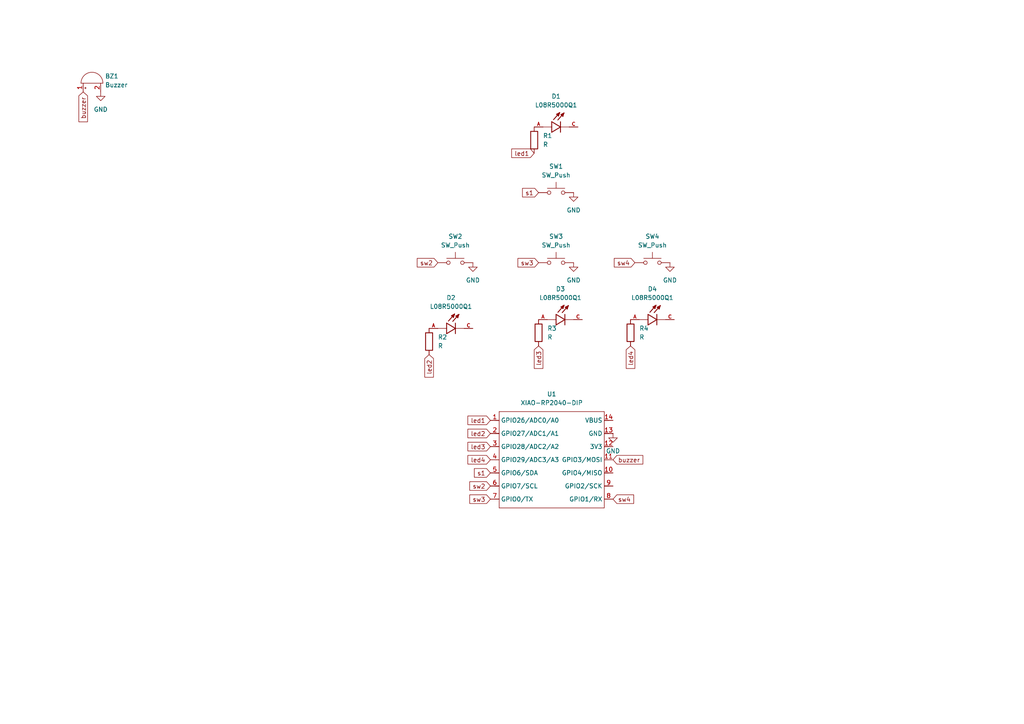
<source format=kicad_sch>
(kicad_sch (version 20250114) (generator "eeschema") (generator_version "9.0")
  (paper "A4")
  (lib_symbols
    (symbol "Device:Buzzer" (pin_names (offset 0.0254) (hide yes))
      (property "Reference" "BZ" (at 3.81 1.27 0))
      (property "Value" "Buzzer" (at 3.81 -1.27 0))
      (symbol "Buzzer_0_1"
        (polyline (pts (xy -1.651 1.905) (xy -1.143 1.905)))
        (polyline (pts (xy -1.397 2.159) (xy -1.397 1.651)))
        (arc (start 0 3.175) (mid 3.1612 0) (end 0 -3.175))
        (polyline (pts (xy 0 3.175) (xy 0 -3.175)))
      )
      (symbol "Buzzer_1_1"
        (pin passive line (at -2.54 2.54 0) (length 2.54) (name "+") (number "1"))
        (pin passive line (at -2.54 -2.54 0) (length 2.54) (name "-") (number "2"))
      )
    )
    (symbol "Device:R" (pin_numbers (hide yes)) (pin_names (offset 0))
      (property "Reference" "R" (at 2.032 0 90))
      (property "Value" "R" (at 0 0 90))
      (symbol "R_0_1"
        (rectangle (start -1.016 -2.54) (end 1.016 2.54) (stroke (width 0.254)))
      )
      (symbol "R_1_1"
        (pin passive line (at 0 3.81 270) (length 1.27) (name "~") (number "1"))
        (pin passive line (at 0 -3.81 90) (length 1.27) (name "~") (number "2"))
      )
    )
    (symbol "L08R5000Q1:L08R5000Q1" (pin_names (offset 1.016))
      (property "Reference" "D" (at -3.0988 4.4958 0))
      (property "Value" "L08R5000Q1" (at -3.556 -3.302 0))
      (symbol "L08R5000Q1_0_0"
        (polyline (pts (xy -2.54 1.524) (xy -2.54 0)) (stroke (width 0.254)))
        (polyline (pts (xy -2.54 0) (xy -5.08 0)) (stroke (width 0.1524)))
        (polyline (pts (xy -2.54 0) (xy -2.54 -1.524)) (stroke (width 0.254)))
        (polyline (pts (xy -2.54 -1.524) (xy 0 0)) (stroke (width 0.254)))
        (polyline (pts (xy -1.1176 3.683) (xy -0.2286 4.1656)) (stroke (width 0.254)))
        (polyline (pts (xy -0.9398 3.6068) (xy -0.7112 3.7592)) (stroke (width 0.254)))
        (polyline (pts (xy -0.5588 3.2004) (xy -1.1176 3.683)) (stroke (width 0.254)))
        (polyline (pts (xy -0.5588 3.2004) (xy -0.5334 3.937)) (stroke (width 0.254)))
        (polyline (pts (xy -0.5334 3.937) (xy -0.6604 3.937)) (stroke (width 0.254)))
        (polyline (pts (xy -0.2286 4.1656) (xy -2.0066 2.1336)) (stroke (width 0.254)))
        (polyline (pts (xy -0.2286 4.1656) (xy -0.5588 3.2004)) (stroke (width 0.254)))
        (polyline (pts (xy 0 1.524) (xy 0 0)) (stroke (width 0.254)))
        (polyline (pts (xy 0 0) (xy -2.54 1.524)) (stroke (width 0.254)))
        (polyline (pts (xy 0 0) (xy 0 -1.524)) (stroke (width 0.254)))
        (polyline (pts (xy 0.127 3.5814) (xy 1.016 4.064)) (stroke (width 0.254)))
        (polyline (pts (xy 0.3048 3.5052) (xy 0.5334 3.6576)) (stroke (width 0.254)))
        (polyline (pts (xy 0.6858 3.0988) (xy 0.127 3.5814)) (stroke (width 0.254)))
        (polyline (pts (xy 0.6858 3.0988) (xy 0.7112 3.8354)) (stroke (width 0.254)))
        (polyline (pts (xy 0.7112 3.8354) (xy 0.5842 3.8354)) (stroke (width 0.254)))
        (polyline (pts (xy 1.016 4.064) (xy -0.762 2.032)) (stroke (width 0.254)))
        (polyline (pts (xy 1.016 4.064) (xy 0.6858 3.0988)) (stroke (width 0.254)))
        (polyline (pts (xy 2.54 0) (xy 0 0)) (stroke (width 0.1524)))
        (pin passive line (at -7.62 0 0) (length 2.54) (name "~") (number "A"))
        (pin passive line (at 5.08 0 180) (length 2.54) (name "~") (number "C"))
      )
    )
    (symbol "Seeed_Studio_XIAO_Series:XIAO-RP2040-DIP"
      (property "Reference" "U" (at 0 0 0))
      (property "Value" "XIAO-RP2040-DIP" (at 5.334 -1.778 0))
      (symbol "XIAO-RP2040-DIP_1_0"
        (polyline (pts (xy -1.27 -2.54) (xy 29.21 -2.54)) (stroke (width 0.1524)))
        (polyline (pts (xy -1.27 -5.08) (xy -2.54 -5.08)) (stroke (width 0.1524)))
        (polyline (pts (xy -1.27 -5.08) (xy -1.27 -2.54)) (stroke (width 0.1524)))
        (polyline (pts (xy -1.27 -8.89) (xy -2.54 -8.89)) (stroke (width 0.1524)))
        (polyline (pts (xy -1.27 -8.89) (xy -1.27 -5.08)) (stroke (width 0.1524)))
        (polyline (pts (xy -1.27 -12.7) (xy -2.54 -12.7)) (stroke (width 0.1524)))
        (polyline (pts (xy -1.27 -12.7) (xy -1.27 -8.89)) (stroke (width 0.1524)))
        (polyline (pts (xy -1.27 -16.51) (xy -2.54 -16.51)) (stroke (width 0.1524)))
        (polyline (pts (xy -1.27 -16.51) (xy -1.27 -12.7)) (stroke (width 0.1524)))
        (polyline (pts (xy -1.27 -20.32) (xy -2.54 -20.32)) (stroke (width 0.1524)))
        (polyline (pts (xy -1.27 -24.13) (xy -2.54 -24.13)) (stroke (width 0.1524)))
        (polyline (pts (xy -1.27 -27.94) (xy -2.54 -27.94)) (stroke (width 0.1524)))
        (polyline (pts (xy -1.27 -30.48) (xy -1.27 -16.51)) (stroke (width 0.1524)))
        (polyline (pts (xy 29.21 -2.54) (xy 29.21 -5.08)) (stroke (width 0.1524)))
        (polyline (pts (xy 29.21 -5.08) (xy 29.21 -8.89)) (stroke (width 0.1524)))
        (polyline (pts (xy 29.21 -8.89) (xy 29.21 -12.7)) (stroke (width 0.1524)))
        (polyline (pts (xy 29.21 -12.7) (xy 29.21 -30.48)) (stroke (width 0.1524)))
        (polyline (pts (xy 29.21 -30.48) (xy -1.27 -30.48)) (stroke (width 0.1524)))
        (polyline (pts (xy 30.48 -5.08) (xy 29.21 -5.08)) (stroke (width 0.1524)))
        (polyline (pts (xy 30.48 -8.89) (xy 29.21 -8.89)) (stroke (width 0.1524)))
        (polyline (pts (xy 30.48 -12.7) (xy 29.21 -12.7)) (stroke (width 0.1524)))
        (polyline (pts (xy 30.48 -16.51) (xy 29.21 -16.51)) (stroke (width 0.1524)))
        (polyline (pts (xy 30.48 -20.32) (xy 29.21 -20.32)) (stroke (width 0.1524)))
        (polyline (pts (xy 30.48 -24.13) (xy 29.21 -24.13)) (stroke (width 0.1524)))
        (polyline (pts (xy 30.48 -27.94) (xy 29.21 -27.94)) (stroke (width 0.1524)))
        (pin passive line (at -3.81 -5.08 0) (length 2.54) (name "GPIO26/ADC0/A0") (number "1"))
        (pin passive line (at -3.81 -8.89 0) (length 2.54) (name "GPIO27/ADC1/A1") (number "2"))
        (pin passive line (at -3.81 -12.7 0) (length 2.54) (name "GPIO28/ADC2/A2") (number "3"))
        (pin passive line (at -3.81 -16.51 0) (length 2.54) (name "GPIO29/ADC3/A3") (number "4"))
        (pin passive line (at -3.81 -20.32 0) (length 2.54) (name "GPIO6/SDA") (number "5"))
        (pin passive line (at -3.81 -24.13 0) (length 2.54) (name "GPIO7/SCL") (number "6"))
        (pin passive line (at -3.81 -27.94 0) (length 2.54) (name "GPIO0/TX") (number "7"))
        (pin passive line (at 31.75 -5.08 180) (length 2.54) (name "VBUS") (number "14"))
        (pin passive line (at 31.75 -8.89 180) (length 2.54) (name "GND") (number "13"))
        (pin passive line (at 31.75 -12.7 180) (length 2.54) (name "3V3") (number "12"))
        (pin passive line (at 31.75 -16.51 180) (length 2.54) (name "GPIO3/MOSI") (number "11"))
        (pin passive line (at 31.75 -20.32 180) (length 2.54) (name "GPIO4/MISO") (number "10"))
        (pin passive line (at 31.75 -24.13 180) (length 2.54) (name "GPIO2/SCK") (number "9"))
        (pin passive line (at 31.75 -27.94 180) (length 2.54) (name "GPIO1/RX") (number "8"))
      )
    )
    (symbol "Switch:SW_Push" (pin_numbers (hide yes)) (pin_names (offset 1.016) (hide yes))
      (property "Reference" "SW" (at 1.27 2.54 0))
      (property "Value" "SW_Push" (at 0 -1.524 0))
      (symbol "SW_Push_0_1"
        (circle (center -2.032 0) (radius 0.508))
        (polyline (pts (xy 0 1.27) (xy 0 3.048)))
        (circle (center 2.032 0) (radius 0.508))
        (polyline (pts (xy 2.54 1.27) (xy -2.54 1.27)))
        (pin passive line (at -5.08 0 0) (length 2.54) (name "1") (number "1"))
        (pin passive line (at 5.08 0 180) (length 2.54) (name "2") (number "2"))
      )
    )
    (symbol "power:GND" (power) (pin_numbers (hide yes)) (pin_names (offset 0) (hide yes))
      (property "Value" "GND" (at 0 -3.81 0))
      (symbol "GND_0_1"
        (polyline (pts (xy 0 0) (xy 0 -1.27) (xy 1.27 -1.27) (xy 0 -2.54) (xy -1.27 -1.27) (xy 0 -1.27)))
      )
      (symbol "GND_1_1"
        (pin power_in line (at 0 0 270) (length 0) (name "~") (number "1"))
      )
    )
  )
  (global_label "sw4" (shape input) (at 184.15 76.2 180) (property "Intersheetrefs" "${INTERSHEET_REFS}" (effects (hide yes))))
  (global_label "led4" (shape input) (at 142.24 133.35 180) (property "Intersheetrefs" "${INTERSHEET_REFS}" (effects (hide yes))))
  (global_label "sw3" (shape input) (at 156.21 76.2 180) (property "Intersheetrefs" "${INTERSHEET_REFS}" (effects (hide yes))))
  (global_label "led1" (shape input) (at 154.94 44.45 180) (property "Intersheetrefs" "${INTERSHEET_REFS}" (effects (hide yes))))
  (global_label "led3" (shape input) (at 142.24 129.54 180) (property "Intersheetrefs" "${INTERSHEET_REFS}" (effects (hide yes))))
  (global_label "led1" (shape input) (at 142.24 121.92 180) (property "Intersheetrefs" "${INTERSHEET_REFS}" (effects (hide yes))))
  (global_label "led2" (shape input) (at 142.24 125.73 180) (property "Intersheetrefs" "${INTERSHEET_REFS}" (effects (hide yes))))
  (global_label "sw2" (shape input) (at 127 76.2 180) (property "Intersheetrefs" "${INTERSHEET_REFS}" (effects (hide yes))))
  (global_label "sw4" (shape input) (at 177.8 144.78 0) (property "Intersheetrefs" "${INTERSHEET_REFS}" (effects (hide yes))))
  (global_label "s1" (shape input) (at 142.24 137.16 180) (property "Intersheetrefs" "${INTERSHEET_REFS}" (effects (hide yes))))
  (global_label "led2" (shape input) (at 124.46 102.87 270) (property "Intersheetrefs" "${INTERSHEET_REFS}" (effects (hide yes))))
  (global_label "led3" (shape input) (at 156.21 100.33 270) (property "Intersheetrefs" "${INTERSHEET_REFS}" (effects (hide yes))))
  (global_label "buzzer" (shape input) (at 24.13 26.67 270) (property "Intersheetrefs" "${INTERSHEET_REFS}" (effects (hide yes))))
  (global_label "sw2" (shape input) (at 142.24 140.97 180) (property "Intersheetrefs" "${INTERSHEET_REFS}" (effects (hide yes))))
  (global_label "buzzer" (shape input) (at 177.8 133.35 0) (property "Intersheetrefs" "${INTERSHEET_REFS}" (effects (hide yes))))
  (global_label "sw3" (shape input) (at 142.24 144.78 180) (property "Intersheetrefs" "${INTERSHEET_REFS}" (effects (hide yes))))
  (global_label "led4" (shape input) (at 182.88 100.33 270) (property "Intersheetrefs" "${INTERSHEET_REFS}" (effects (hide yes))))
  (global_label "s1" (shape input) (at 156.21 55.88 180) (property "Intersheetrefs" "${INTERSHEET_REFS}" (effects (hide yes))))
  (symbol (lib_id "power:GND") (at 29.21 26.67 0) (unit 1)
    (property "Reference" "#PWR06" (effects (hide yes)))
    (property "Value" "GND" (at 29.21 31.75 0))
    (property "Description" "Power symbol creates a global label with name \"GND\" , ground" (effects (hide yes)))
  )
  (symbol (lib_id "L08R5000Q1:L08R5000Q1") (at 162.56 36.83 0) (unit 1)
    (property "Reference" "D1" (at 161.29 27.94 0))
    (property "Value" "L08R5000Q1" (at 161.29 30.48 0))
    (property "Footprint" "footprints:LEDRD254W57D500H1070" (effects (hide yes)))
    (property "MF" "LED Technology" (effects (hide yes)))
    (property "MAXIMUM_PACKAGE_HEIGHT" "10.7mm" (effects (hide yes)))
    (property "Package" "None" (effects (hide yes)))
    (property "Price" "None" (effects (hide yes)))
    (property "Check_prices" "https://www.snapeda.com/parts/L08R5000Q1/LED+Technology/view-part/?ref=eda" (effects (hide yes)))
    (property "STANDARD" "IPC-7351B" (effects (hide yes)))
    (property "PARTREV" "NA" (effects (hide yes)))
    (property "SnapEDA_Link" "https://www.snapeda.com/parts/L08R5000Q1/LED+Technology/view-part/?ref=snap" (effects (hide yes)))
    (property "MP" "L08R5000Q1" (effects (hide yes)))
    (property "Description_1" "LED, 5MM, ORANGE; LED / Lamp Size: 5mm / T-1 3/4; LED Colour: Orange; Typ Luminous Intensity: 4.3mcd; Viewing Angle: ..." (effects (hide yes)))
    (property "Availability" "Not in stock" (effects (hide yes)))
    (property "MANUFACTURER" "LED TECHNOLOGY" (effects (hide yes)))
  )
  (symbol (lib_id "Device:Buzzer") (at 26.67 24.13 90) (unit 1)
    (property "Reference" "BZ1" (at 30.48 22.1048 90) (effects (justify right)))
    (property "Value" "Buzzer" (at 30.48 24.6448 90) (effects (justify right)))
    (property "Footprint" "Buzzer_Beeper:Buzzer_12x9.5RM7.6" (effects (hide yes)))
    (property "Description" "Buzzer, polarized" (effects (hide yes)))
  )
  (symbol (lib_id "Switch:SW_Push") (at 161.29 76.2 0) (unit 1)
    (property "Reference" "SW3" (at 161.29 68.58 0))
    (property "Value" "SW_Push" (at 161.29 71.12 0))
    (property "Footprint" "Button_Switch_Keyboard:SW_Cherry_MX_1.00u_PCB" (effects (hide yes)))
    (property "Description" "Push button switch, generic, two pins" (effects (hide yes)))
  )
  (symbol (lib_id "Device:R") (at 182.88 96.52 0) (unit 1)
    (property "Reference" "R4" (at 185.42 95.2499 0) (effects (justify left)))
    (property "Value" "R" (at 185.42 97.7899 0) (effects (justify left)))
    (property "Footprint" "Resistor_THT:R_Axial_DIN0204_L3.6mm_D1.6mm_P5.08mm_Horizontal" (effects (hide yes)))
    (property "Description" "Resistor" (effects (hide yes)))
  )
  (symbol (lib_id "power:GND") (at 177.8 125.73 0) (unit 1)
    (property "Reference" "#PWR05" (effects (hide yes)))
    (property "Value" "GND" (at 177.8 130.81 0))
    (property "Description" "Power symbol creates a global label with name \"GND\" , ground" (effects (hide yes)))
  )
  (symbol (lib_id "Seeed_Studio_XIAO_Series:XIAO-RP2040-DIP") (at 146.05 116.84 0) (unit 1)
    (property "Reference" "U1" (at 160.02 114.3 0))
    (property "Value" "XIAO-RP2040-DIP" (at 160.02 116.84 0))
    (property "Footprint" "footprints:XIAO-RP2040-DIP" (effects (hide yes)))
  )
  (symbol (lib_id "L08R5000Q1:L08R5000Q1") (at 132.08 95.25 0) (unit 1)
    (property "Reference" "D2" (at 130.81 86.36 0))
    (property "Value" "L08R5000Q1" (at 130.81 88.9 0))
    (property "Footprint" "footprints:LEDRD254W57D500H1070" (effects (hide yes)))
    (property "MF" "LED Technology" (effects (hide yes)))
    (property "MAXIMUM_PACKAGE_HEIGHT" "10.7mm" (effects (hide yes)))
    (property "Package" "None" (effects (hide yes)))
    (property "Price" "None" (effects (hide yes)))
    (property "Check_prices" "https://www.snapeda.com/parts/L08R5000Q1/LED+Technology/view-part/?ref=eda" (effects (hide yes)))
    (property "STANDARD" "IPC-7351B" (effects (hide yes)))
    (property "PARTREV" "NA" (effects (hide yes)))
    (property "SnapEDA_Link" "https://www.snapeda.com/parts/L08R5000Q1/LED+Technology/view-part/?ref=snap" (effects (hide yes)))
    (property "MP" "L08R5000Q1" (effects (hide yes)))
    (property "Description_1" "LED, 5MM, ORANGE; LED / Lamp Size: 5mm / T-1 3/4; LED Colour: Orange; Typ Luminous Intensity: 4.3mcd; Viewing Angle: ..." (effects (hide yes)))
    (property "Availability" "Not in stock" (effects (hide yes)))
    (property "MANUFACTURER" "LED TECHNOLOGY" (effects (hide yes)))
  )
  (symbol (lib_id "Device:R") (at 156.21 96.52 0) (unit 1)
    (property "Reference" "R3" (at 158.75 95.2499 0) (effects (justify left)))
    (property "Value" "R" (at 158.75 97.7899 0) (effects (justify left)))
    (property "Footprint" "Resistor_THT:R_Axial_DIN0204_L3.6mm_D1.6mm_P5.08mm_Horizontal" (effects (hide yes)))
    (property "Description" "Resistor" (effects (hide yes)))
  )
  (symbol (lib_id "power:GND") (at 166.37 76.2 0) (unit 1)
    (property "Reference" "#PWR03" (effects (hide yes)))
    (property "Value" "GND" (at 166.37 81.28 0))
    (property "Description" "Power symbol creates a global label with name \"GND\" , ground" (effects (hide yes)))
  )
  (symbol (lib_id "Switch:SW_Push") (at 189.23 76.2 0) (unit 1)
    (property "Reference" "SW4" (at 189.23 68.58 0))
    (property "Value" "SW_Push" (at 189.23 71.12 0))
    (property "Footprint" "Button_Switch_Keyboard:SW_Cherry_MX_1.00u_PCB" (effects (hide yes)))
    (property "Description" "Push button switch, generic, two pins" (effects (hide yes)))
  )
  (symbol (lib_id "Switch:SW_Push") (at 161.29 55.88 0) (unit 1)
    (property "Reference" "SW1" (at 161.29 48.26 0))
    (property "Value" "SW_Push" (at 161.29 50.8 0))
    (property "Footprint" "Button_Switch_Keyboard:SW_Cherry_MX_1.00u_PCB" (effects (hide yes)))
    (property "Description" "Push button switch, generic, two pins" (effects (hide yes)))
  )
  (symbol (lib_id "L08R5000Q1:L08R5000Q1") (at 163.83 92.71 0) (unit 1)
    (property "Reference" "D3" (at 162.56 83.82 0))
    (property "Value" "L08R5000Q1" (at 162.56 86.36 0))
    (property "Footprint" "footprints:LEDRD254W57D500H1070" (effects (hide yes)))
    (property "MF" "LED Technology" (effects (hide yes)))
    (property "MAXIMUM_PACKAGE_HEIGHT" "10.7mm" (effects (hide yes)))
    (property "Package" "None" (effects (hide yes)))
    (property "Price" "None" (effects (hide yes)))
    (property "Check_prices" "https://www.snapeda.com/parts/L08R5000Q1/LED+Technology/view-part/?ref=eda" (effects (hide yes)))
    (property "STANDARD" "IPC-7351B" (effects (hide yes)))
    (property "PARTREV" "NA" (effects (hide yes)))
    (property "SnapEDA_Link" "https://www.snapeda.com/parts/L08R5000Q1/LED+Technology/view-part/?ref=snap" (effects (hide yes)))
    (property "MP" "L08R5000Q1" (effects (hide yes)))
    (property "Description_1" "LED, 5MM, ORANGE; LED / Lamp Size: 5mm / T-1 3/4; LED Colour: Orange; Typ Luminous Intensity: 4.3mcd; Viewing Angle: ..." (effects (hide yes)))
    (property "Availability" "Not in stock" (effects (hide yes)))
    (property "MANUFACTURER" "LED TECHNOLOGY" (effects (hide yes)))
  )
  (symbol (lib_id "power:GND") (at 166.37 55.88 0) (unit 1)
    (property "Reference" "#PWR01" (effects (hide yes)))
    (property "Value" "GND" (at 166.37 60.96 0))
    (property "Description" "Power symbol creates a global label with name \"GND\" , ground" (effects (hide yes)))
  )
  (symbol (lib_id "L08R5000Q1:L08R5000Q1") (at 190.5 92.71 0) (unit 1)
    (property "Reference" "D4" (at 189.23 83.82 0))
    (property "Value" "L08R5000Q1" (at 189.23 86.36 0))
    (property "Footprint" "footprints:LEDRD254W57D500H1070" (effects (hide yes)))
    (property "MF" "LED Technology" (effects (hide yes)))
    (property "MAXIMUM_PACKAGE_HEIGHT" "10.7mm" (effects (hide yes)))
    (property "Package" "None" (effects (hide yes)))
    (property "Price" "None" (effects (hide yes)))
    (property "Check_prices" "https://www.snapeda.com/parts/L08R5000Q1/LED+Technology/view-part/?ref=eda" (effects (hide yes)))
    (property "STANDARD" "IPC-7351B" (effects (hide yes)))
    (property "PARTREV" "NA" (effects (hide yes)))
    (property "SnapEDA_Link" "https://www.snapeda.com/parts/L08R5000Q1/LED+Technology/view-part/?ref=snap" (effects (hide yes)))
    (property "MP" "L08R5000Q1" (effects (hide yes)))
    (property "Description_1" "LED, 5MM, ORANGE; LED / Lamp Size: 5mm / T-1 3/4; LED Colour: Orange; Typ Luminous Intensity: 4.3mcd; Viewing Angle: ..." (effects (hide yes)))
    (property "Availability" "Not in stock" (effects (hide yes)))
    (property "MANUFACTURER" "LED TECHNOLOGY" (effects (hide yes)))
  )
  (symbol (lib_id "Switch:SW_Push") (at 132.08 76.2 0) (unit 1)
    (property "Reference" "SW2" (at 132.08 68.58 0))
    (property "Value" "SW_Push" (at 132.08 71.12 0))
    (property "Footprint" "Button_Switch_Keyboard:SW_Cherry_MX_1.00u_PCB" (effects (hide yes)))
    (property "Description" "Push button switch, generic, two pins" (effects (hide yes)))
  )
  (symbol (lib_id "power:GND") (at 137.16 76.2 0) (unit 1)
    (property "Reference" "#PWR02" (effects (hide yes)))
    (property "Value" "GND" (at 137.16 81.28 0))
    (property "Description" "Power symbol creates a global label with name \"GND\" , ground" (effects (hide yes)))
  )
  (symbol (lib_id "Device:R") (at 124.46 99.06 0) (unit 1)
    (property "Reference" "R2" (at 127 97.7899 0) (effects (justify left)))
    (property "Value" "R" (at 127 100.3299 0) (effects (justify left)))
    (property "Footprint" "Resistor_THT:R_Axial_DIN0204_L3.6mm_D1.6mm_P5.08mm_Horizontal" (effects (hide yes)))
    (property "Description" "Resistor" (effects (hide yes)))
  )
  (symbol (lib_id "power:GND") (at 194.31 76.2 0) (unit 1)
    (property "Reference" "#PWR04" (effects (hide yes)))
    (property "Value" "GND" (at 194.31 81.28 0))
    (property "Description" "Power symbol creates a global label with name \"GND\" , ground" (effects (hide yes)))
  )
  (symbol (lib_id "Device:R") (at 154.94 40.64 0) (unit 1)
    (property "Reference" "R1" (at 157.48 39.3699 0) (effects (justify left)))
    (property "Value" "R" (at 157.48 41.9099 0) (effects (justify left)))
    (property "Footprint" "Resistor_THT:R_Axial_DIN0204_L3.6mm_D1.6mm_P5.08mm_Horizontal" (effects (hide yes)))
    (property "Description" "Resistor" (effects (hide yes)))
  )
)
</source>
